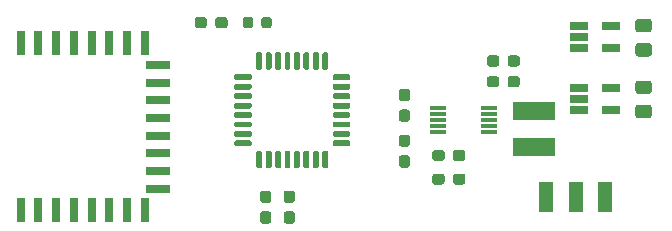
<source format=gbr>
%TF.GenerationSoftware,KiCad,Pcbnew,(5.1.6)-1*%
%TF.CreationDate,2021-07-30T23:56:05+08:00*%
%TF.ProjectId,wireless_measurement_ard,77697265-6c65-4737-935f-6d6561737572,rev?*%
%TF.SameCoordinates,Original*%
%TF.FileFunction,Paste,Top*%
%TF.FilePolarity,Positive*%
%FSLAX46Y46*%
G04 Gerber Fmt 4.6, Leading zero omitted, Abs format (unit mm)*
G04 Created by KiCad (PCBNEW (5.1.6)-1) date 2021-07-30 23:56:05*
%MOMM*%
%LPD*%
G01*
G04 APERTURE LIST*
%ADD10R,1.250000X2.500000*%
%ADD11R,1.400000X0.300000*%
%ADD12R,3.600000X1.500000*%
%ADD13R,1.560000X0.650000*%
%ADD14R,2.000000X0.800000*%
%ADD15R,0.800000X2.000000*%
G04 APERTURE END LIST*
D10*
%TO.C,SW1*%
X168750000Y-91500000D03*
X166250000Y-91500000D03*
X163750000Y-91500000D03*
%TD*%
D11*
%TO.C,U3*%
X158950000Y-84000000D03*
X158950000Y-84500000D03*
X158950000Y-85000000D03*
X158950000Y-85500000D03*
X158950000Y-86000000D03*
X154550000Y-86000000D03*
X154550000Y-85500000D03*
X154550000Y-85000000D03*
X154550000Y-84500000D03*
X154550000Y-84000000D03*
%TD*%
%TO.C,U6*%
G36*
G01*
X138700000Y-87225000D02*
X137450000Y-87225000D01*
G75*
G02*
X137325000Y-87100000I0J125000D01*
G01*
X137325000Y-86850000D01*
G75*
G02*
X137450000Y-86725000I125000J0D01*
G01*
X138700000Y-86725000D01*
G75*
G02*
X138825000Y-86850000I0J-125000D01*
G01*
X138825000Y-87100000D01*
G75*
G02*
X138700000Y-87225000I-125000J0D01*
G01*
G37*
G36*
G01*
X138700000Y-86425000D02*
X137450000Y-86425000D01*
G75*
G02*
X137325000Y-86300000I0J125000D01*
G01*
X137325000Y-86050000D01*
G75*
G02*
X137450000Y-85925000I125000J0D01*
G01*
X138700000Y-85925000D01*
G75*
G02*
X138825000Y-86050000I0J-125000D01*
G01*
X138825000Y-86300000D01*
G75*
G02*
X138700000Y-86425000I-125000J0D01*
G01*
G37*
G36*
G01*
X138700000Y-85625000D02*
X137450000Y-85625000D01*
G75*
G02*
X137325000Y-85500000I0J125000D01*
G01*
X137325000Y-85250000D01*
G75*
G02*
X137450000Y-85125000I125000J0D01*
G01*
X138700000Y-85125000D01*
G75*
G02*
X138825000Y-85250000I0J-125000D01*
G01*
X138825000Y-85500000D01*
G75*
G02*
X138700000Y-85625000I-125000J0D01*
G01*
G37*
G36*
G01*
X138700000Y-84825000D02*
X137450000Y-84825000D01*
G75*
G02*
X137325000Y-84700000I0J125000D01*
G01*
X137325000Y-84450000D01*
G75*
G02*
X137450000Y-84325000I125000J0D01*
G01*
X138700000Y-84325000D01*
G75*
G02*
X138825000Y-84450000I0J-125000D01*
G01*
X138825000Y-84700000D01*
G75*
G02*
X138700000Y-84825000I-125000J0D01*
G01*
G37*
G36*
G01*
X138700000Y-84025000D02*
X137450000Y-84025000D01*
G75*
G02*
X137325000Y-83900000I0J125000D01*
G01*
X137325000Y-83650000D01*
G75*
G02*
X137450000Y-83525000I125000J0D01*
G01*
X138700000Y-83525000D01*
G75*
G02*
X138825000Y-83650000I0J-125000D01*
G01*
X138825000Y-83900000D01*
G75*
G02*
X138700000Y-84025000I-125000J0D01*
G01*
G37*
G36*
G01*
X138700000Y-83225000D02*
X137450000Y-83225000D01*
G75*
G02*
X137325000Y-83100000I0J125000D01*
G01*
X137325000Y-82850000D01*
G75*
G02*
X137450000Y-82725000I125000J0D01*
G01*
X138700000Y-82725000D01*
G75*
G02*
X138825000Y-82850000I0J-125000D01*
G01*
X138825000Y-83100000D01*
G75*
G02*
X138700000Y-83225000I-125000J0D01*
G01*
G37*
G36*
G01*
X138700000Y-82425000D02*
X137450000Y-82425000D01*
G75*
G02*
X137325000Y-82300000I0J125000D01*
G01*
X137325000Y-82050000D01*
G75*
G02*
X137450000Y-81925000I125000J0D01*
G01*
X138700000Y-81925000D01*
G75*
G02*
X138825000Y-82050000I0J-125000D01*
G01*
X138825000Y-82300000D01*
G75*
G02*
X138700000Y-82425000I-125000J0D01*
G01*
G37*
G36*
G01*
X138700000Y-81625000D02*
X137450000Y-81625000D01*
G75*
G02*
X137325000Y-81500000I0J125000D01*
G01*
X137325000Y-81250000D01*
G75*
G02*
X137450000Y-81125000I125000J0D01*
G01*
X138700000Y-81125000D01*
G75*
G02*
X138825000Y-81250000I0J-125000D01*
G01*
X138825000Y-81500000D01*
G75*
G02*
X138700000Y-81625000I-125000J0D01*
G01*
G37*
G36*
G01*
X139575000Y-80750000D02*
X139325000Y-80750000D01*
G75*
G02*
X139200000Y-80625000I0J125000D01*
G01*
X139200000Y-79375000D01*
G75*
G02*
X139325000Y-79250000I125000J0D01*
G01*
X139575000Y-79250000D01*
G75*
G02*
X139700000Y-79375000I0J-125000D01*
G01*
X139700000Y-80625000D01*
G75*
G02*
X139575000Y-80750000I-125000J0D01*
G01*
G37*
G36*
G01*
X140375000Y-80750000D02*
X140125000Y-80750000D01*
G75*
G02*
X140000000Y-80625000I0J125000D01*
G01*
X140000000Y-79375000D01*
G75*
G02*
X140125000Y-79250000I125000J0D01*
G01*
X140375000Y-79250000D01*
G75*
G02*
X140500000Y-79375000I0J-125000D01*
G01*
X140500000Y-80625000D01*
G75*
G02*
X140375000Y-80750000I-125000J0D01*
G01*
G37*
G36*
G01*
X141175000Y-80750000D02*
X140925000Y-80750000D01*
G75*
G02*
X140800000Y-80625000I0J125000D01*
G01*
X140800000Y-79375000D01*
G75*
G02*
X140925000Y-79250000I125000J0D01*
G01*
X141175000Y-79250000D01*
G75*
G02*
X141300000Y-79375000I0J-125000D01*
G01*
X141300000Y-80625000D01*
G75*
G02*
X141175000Y-80750000I-125000J0D01*
G01*
G37*
G36*
G01*
X141975000Y-80750000D02*
X141725000Y-80750000D01*
G75*
G02*
X141600000Y-80625000I0J125000D01*
G01*
X141600000Y-79375000D01*
G75*
G02*
X141725000Y-79250000I125000J0D01*
G01*
X141975000Y-79250000D01*
G75*
G02*
X142100000Y-79375000I0J-125000D01*
G01*
X142100000Y-80625000D01*
G75*
G02*
X141975000Y-80750000I-125000J0D01*
G01*
G37*
G36*
G01*
X142775000Y-80750000D02*
X142525000Y-80750000D01*
G75*
G02*
X142400000Y-80625000I0J125000D01*
G01*
X142400000Y-79375000D01*
G75*
G02*
X142525000Y-79250000I125000J0D01*
G01*
X142775000Y-79250000D01*
G75*
G02*
X142900000Y-79375000I0J-125000D01*
G01*
X142900000Y-80625000D01*
G75*
G02*
X142775000Y-80750000I-125000J0D01*
G01*
G37*
G36*
G01*
X143575000Y-80750000D02*
X143325000Y-80750000D01*
G75*
G02*
X143200000Y-80625000I0J125000D01*
G01*
X143200000Y-79375000D01*
G75*
G02*
X143325000Y-79250000I125000J0D01*
G01*
X143575000Y-79250000D01*
G75*
G02*
X143700000Y-79375000I0J-125000D01*
G01*
X143700000Y-80625000D01*
G75*
G02*
X143575000Y-80750000I-125000J0D01*
G01*
G37*
G36*
G01*
X144375000Y-80750000D02*
X144125000Y-80750000D01*
G75*
G02*
X144000000Y-80625000I0J125000D01*
G01*
X144000000Y-79375000D01*
G75*
G02*
X144125000Y-79250000I125000J0D01*
G01*
X144375000Y-79250000D01*
G75*
G02*
X144500000Y-79375000I0J-125000D01*
G01*
X144500000Y-80625000D01*
G75*
G02*
X144375000Y-80750000I-125000J0D01*
G01*
G37*
G36*
G01*
X145175000Y-80750000D02*
X144925000Y-80750000D01*
G75*
G02*
X144800000Y-80625000I0J125000D01*
G01*
X144800000Y-79375000D01*
G75*
G02*
X144925000Y-79250000I125000J0D01*
G01*
X145175000Y-79250000D01*
G75*
G02*
X145300000Y-79375000I0J-125000D01*
G01*
X145300000Y-80625000D01*
G75*
G02*
X145175000Y-80750000I-125000J0D01*
G01*
G37*
G36*
G01*
X147050000Y-81625000D02*
X145800000Y-81625000D01*
G75*
G02*
X145675000Y-81500000I0J125000D01*
G01*
X145675000Y-81250000D01*
G75*
G02*
X145800000Y-81125000I125000J0D01*
G01*
X147050000Y-81125000D01*
G75*
G02*
X147175000Y-81250000I0J-125000D01*
G01*
X147175000Y-81500000D01*
G75*
G02*
X147050000Y-81625000I-125000J0D01*
G01*
G37*
G36*
G01*
X147050000Y-82425000D02*
X145800000Y-82425000D01*
G75*
G02*
X145675000Y-82300000I0J125000D01*
G01*
X145675000Y-82050000D01*
G75*
G02*
X145800000Y-81925000I125000J0D01*
G01*
X147050000Y-81925000D01*
G75*
G02*
X147175000Y-82050000I0J-125000D01*
G01*
X147175000Y-82300000D01*
G75*
G02*
X147050000Y-82425000I-125000J0D01*
G01*
G37*
G36*
G01*
X147050000Y-83225000D02*
X145800000Y-83225000D01*
G75*
G02*
X145675000Y-83100000I0J125000D01*
G01*
X145675000Y-82850000D01*
G75*
G02*
X145800000Y-82725000I125000J0D01*
G01*
X147050000Y-82725000D01*
G75*
G02*
X147175000Y-82850000I0J-125000D01*
G01*
X147175000Y-83100000D01*
G75*
G02*
X147050000Y-83225000I-125000J0D01*
G01*
G37*
G36*
G01*
X147050000Y-84025000D02*
X145800000Y-84025000D01*
G75*
G02*
X145675000Y-83900000I0J125000D01*
G01*
X145675000Y-83650000D01*
G75*
G02*
X145800000Y-83525000I125000J0D01*
G01*
X147050000Y-83525000D01*
G75*
G02*
X147175000Y-83650000I0J-125000D01*
G01*
X147175000Y-83900000D01*
G75*
G02*
X147050000Y-84025000I-125000J0D01*
G01*
G37*
G36*
G01*
X147050000Y-84825000D02*
X145800000Y-84825000D01*
G75*
G02*
X145675000Y-84700000I0J125000D01*
G01*
X145675000Y-84450000D01*
G75*
G02*
X145800000Y-84325000I125000J0D01*
G01*
X147050000Y-84325000D01*
G75*
G02*
X147175000Y-84450000I0J-125000D01*
G01*
X147175000Y-84700000D01*
G75*
G02*
X147050000Y-84825000I-125000J0D01*
G01*
G37*
G36*
G01*
X147050000Y-85625000D02*
X145800000Y-85625000D01*
G75*
G02*
X145675000Y-85500000I0J125000D01*
G01*
X145675000Y-85250000D01*
G75*
G02*
X145800000Y-85125000I125000J0D01*
G01*
X147050000Y-85125000D01*
G75*
G02*
X147175000Y-85250000I0J-125000D01*
G01*
X147175000Y-85500000D01*
G75*
G02*
X147050000Y-85625000I-125000J0D01*
G01*
G37*
G36*
G01*
X147050000Y-86425000D02*
X145800000Y-86425000D01*
G75*
G02*
X145675000Y-86300000I0J125000D01*
G01*
X145675000Y-86050000D01*
G75*
G02*
X145800000Y-85925000I125000J0D01*
G01*
X147050000Y-85925000D01*
G75*
G02*
X147175000Y-86050000I0J-125000D01*
G01*
X147175000Y-86300000D01*
G75*
G02*
X147050000Y-86425000I-125000J0D01*
G01*
G37*
G36*
G01*
X147050000Y-87225000D02*
X145800000Y-87225000D01*
G75*
G02*
X145675000Y-87100000I0J125000D01*
G01*
X145675000Y-86850000D01*
G75*
G02*
X145800000Y-86725000I125000J0D01*
G01*
X147050000Y-86725000D01*
G75*
G02*
X147175000Y-86850000I0J-125000D01*
G01*
X147175000Y-87100000D01*
G75*
G02*
X147050000Y-87225000I-125000J0D01*
G01*
G37*
G36*
G01*
X145175000Y-89100000D02*
X144925000Y-89100000D01*
G75*
G02*
X144800000Y-88975000I0J125000D01*
G01*
X144800000Y-87725000D01*
G75*
G02*
X144925000Y-87600000I125000J0D01*
G01*
X145175000Y-87600000D01*
G75*
G02*
X145300000Y-87725000I0J-125000D01*
G01*
X145300000Y-88975000D01*
G75*
G02*
X145175000Y-89100000I-125000J0D01*
G01*
G37*
G36*
G01*
X144375000Y-89100000D02*
X144125000Y-89100000D01*
G75*
G02*
X144000000Y-88975000I0J125000D01*
G01*
X144000000Y-87725000D01*
G75*
G02*
X144125000Y-87600000I125000J0D01*
G01*
X144375000Y-87600000D01*
G75*
G02*
X144500000Y-87725000I0J-125000D01*
G01*
X144500000Y-88975000D01*
G75*
G02*
X144375000Y-89100000I-125000J0D01*
G01*
G37*
G36*
G01*
X143575000Y-89100000D02*
X143325000Y-89100000D01*
G75*
G02*
X143200000Y-88975000I0J125000D01*
G01*
X143200000Y-87725000D01*
G75*
G02*
X143325000Y-87600000I125000J0D01*
G01*
X143575000Y-87600000D01*
G75*
G02*
X143700000Y-87725000I0J-125000D01*
G01*
X143700000Y-88975000D01*
G75*
G02*
X143575000Y-89100000I-125000J0D01*
G01*
G37*
G36*
G01*
X142775000Y-89100000D02*
X142525000Y-89100000D01*
G75*
G02*
X142400000Y-88975000I0J125000D01*
G01*
X142400000Y-87725000D01*
G75*
G02*
X142525000Y-87600000I125000J0D01*
G01*
X142775000Y-87600000D01*
G75*
G02*
X142900000Y-87725000I0J-125000D01*
G01*
X142900000Y-88975000D01*
G75*
G02*
X142775000Y-89100000I-125000J0D01*
G01*
G37*
G36*
G01*
X141975000Y-89100000D02*
X141725000Y-89100000D01*
G75*
G02*
X141600000Y-88975000I0J125000D01*
G01*
X141600000Y-87725000D01*
G75*
G02*
X141725000Y-87600000I125000J0D01*
G01*
X141975000Y-87600000D01*
G75*
G02*
X142100000Y-87725000I0J-125000D01*
G01*
X142100000Y-88975000D01*
G75*
G02*
X141975000Y-89100000I-125000J0D01*
G01*
G37*
G36*
G01*
X141175000Y-89100000D02*
X140925000Y-89100000D01*
G75*
G02*
X140800000Y-88975000I0J125000D01*
G01*
X140800000Y-87725000D01*
G75*
G02*
X140925000Y-87600000I125000J0D01*
G01*
X141175000Y-87600000D01*
G75*
G02*
X141300000Y-87725000I0J-125000D01*
G01*
X141300000Y-88975000D01*
G75*
G02*
X141175000Y-89100000I-125000J0D01*
G01*
G37*
G36*
G01*
X140375000Y-89100000D02*
X140125000Y-89100000D01*
G75*
G02*
X140000000Y-88975000I0J125000D01*
G01*
X140000000Y-87725000D01*
G75*
G02*
X140125000Y-87600000I125000J0D01*
G01*
X140375000Y-87600000D01*
G75*
G02*
X140500000Y-87725000I0J-125000D01*
G01*
X140500000Y-88975000D01*
G75*
G02*
X140375000Y-89100000I-125000J0D01*
G01*
G37*
G36*
G01*
X139575000Y-89100000D02*
X139325000Y-89100000D01*
G75*
G02*
X139200000Y-88975000I0J125000D01*
G01*
X139200000Y-87725000D01*
G75*
G02*
X139325000Y-87600000I125000J0D01*
G01*
X139575000Y-87600000D01*
G75*
G02*
X139700000Y-87725000I0J-125000D01*
G01*
X139700000Y-88975000D01*
G75*
G02*
X139575000Y-89100000I-125000J0D01*
G01*
G37*
%TD*%
%TO.C,C6*%
G36*
G01*
X141762500Y-92725000D02*
X142237500Y-92725000D01*
G75*
G02*
X142475000Y-92962500I0J-237500D01*
G01*
X142475000Y-93537500D01*
G75*
G02*
X142237500Y-93775000I-237500J0D01*
G01*
X141762500Y-93775000D01*
G75*
G02*
X141525000Y-93537500I0J237500D01*
G01*
X141525000Y-92962500D01*
G75*
G02*
X141762500Y-92725000I237500J0D01*
G01*
G37*
G36*
G01*
X141762500Y-90975000D02*
X142237500Y-90975000D01*
G75*
G02*
X142475000Y-91212500I0J-237500D01*
G01*
X142475000Y-91787500D01*
G75*
G02*
X142237500Y-92025000I-237500J0D01*
G01*
X141762500Y-92025000D01*
G75*
G02*
X141525000Y-91787500I0J237500D01*
G01*
X141525000Y-91212500D01*
G75*
G02*
X141762500Y-90975000I237500J0D01*
G01*
G37*
%TD*%
%TO.C,C5*%
G36*
G01*
X139762500Y-92725000D02*
X140237500Y-92725000D01*
G75*
G02*
X140475000Y-92962500I0J-237500D01*
G01*
X140475000Y-93537500D01*
G75*
G02*
X140237500Y-93775000I-237500J0D01*
G01*
X139762500Y-93775000D01*
G75*
G02*
X139525000Y-93537500I0J237500D01*
G01*
X139525000Y-92962500D01*
G75*
G02*
X139762500Y-92725000I237500J0D01*
G01*
G37*
G36*
G01*
X139762500Y-90975000D02*
X140237500Y-90975000D01*
G75*
G02*
X140475000Y-91212500I0J-237500D01*
G01*
X140475000Y-91787500D01*
G75*
G02*
X140237500Y-92025000I-237500J0D01*
G01*
X139762500Y-92025000D01*
G75*
G02*
X139525000Y-91787500I0J237500D01*
G01*
X139525000Y-91212500D01*
G75*
G02*
X139762500Y-90975000I237500J0D01*
G01*
G37*
%TD*%
%TO.C,R5*%
G36*
G01*
X151512500Y-84100000D02*
X151987500Y-84100000D01*
G75*
G02*
X152225000Y-84337500I0J-237500D01*
G01*
X152225000Y-84912500D01*
G75*
G02*
X151987500Y-85150000I-237500J0D01*
G01*
X151512500Y-85150000D01*
G75*
G02*
X151275000Y-84912500I0J237500D01*
G01*
X151275000Y-84337500D01*
G75*
G02*
X151512500Y-84100000I237500J0D01*
G01*
G37*
G36*
G01*
X151512500Y-82350000D02*
X151987500Y-82350000D01*
G75*
G02*
X152225000Y-82587500I0J-237500D01*
G01*
X152225000Y-83162500D01*
G75*
G02*
X151987500Y-83400000I-237500J0D01*
G01*
X151512500Y-83400000D01*
G75*
G02*
X151275000Y-83162500I0J237500D01*
G01*
X151275000Y-82587500D01*
G75*
G02*
X151512500Y-82350000I237500J0D01*
G01*
G37*
%TD*%
%TO.C,R4*%
G36*
G01*
X151512500Y-87975000D02*
X151987500Y-87975000D01*
G75*
G02*
X152225000Y-88212500I0J-237500D01*
G01*
X152225000Y-88787500D01*
G75*
G02*
X151987500Y-89025000I-237500J0D01*
G01*
X151512500Y-89025000D01*
G75*
G02*
X151275000Y-88787500I0J237500D01*
G01*
X151275000Y-88212500D01*
G75*
G02*
X151512500Y-87975000I237500J0D01*
G01*
G37*
G36*
G01*
X151512500Y-86225000D02*
X151987500Y-86225000D01*
G75*
G02*
X152225000Y-86462500I0J-237500D01*
G01*
X152225000Y-87037500D01*
G75*
G02*
X151987500Y-87275000I-237500J0D01*
G01*
X151512500Y-87275000D01*
G75*
G02*
X151275000Y-87037500I0J237500D01*
G01*
X151275000Y-86462500D01*
G75*
G02*
X151512500Y-86225000I237500J0D01*
G01*
G37*
%TD*%
D12*
%TO.C,L1*%
X162750000Y-87300000D03*
X162750000Y-84250000D03*
%TD*%
%TO.C,C3*%
G36*
G01*
X159775000Y-79762500D02*
X159775000Y-80237500D01*
G75*
G02*
X159537500Y-80475000I-237500J0D01*
G01*
X158962500Y-80475000D01*
G75*
G02*
X158725000Y-80237500I0J237500D01*
G01*
X158725000Y-79762500D01*
G75*
G02*
X158962500Y-79525000I237500J0D01*
G01*
X159537500Y-79525000D01*
G75*
G02*
X159775000Y-79762500I0J-237500D01*
G01*
G37*
G36*
G01*
X161525000Y-79762500D02*
X161525000Y-80237500D01*
G75*
G02*
X161287500Y-80475000I-237500J0D01*
G01*
X160712500Y-80475000D01*
G75*
G02*
X160475000Y-80237500I0J237500D01*
G01*
X160475000Y-79762500D01*
G75*
G02*
X160712500Y-79525000I237500J0D01*
G01*
X161287500Y-79525000D01*
G75*
G02*
X161525000Y-79762500I0J-237500D01*
G01*
G37*
%TD*%
%TO.C,C2*%
G36*
G01*
X155850000Y-90237500D02*
X155850000Y-89762500D01*
G75*
G02*
X156087500Y-89525000I237500J0D01*
G01*
X156662500Y-89525000D01*
G75*
G02*
X156900000Y-89762500I0J-237500D01*
G01*
X156900000Y-90237500D01*
G75*
G02*
X156662500Y-90475000I-237500J0D01*
G01*
X156087500Y-90475000D01*
G75*
G02*
X155850000Y-90237500I0J237500D01*
G01*
G37*
G36*
G01*
X154100000Y-90237500D02*
X154100000Y-89762500D01*
G75*
G02*
X154337500Y-89525000I237500J0D01*
G01*
X154912500Y-89525000D01*
G75*
G02*
X155150000Y-89762500I0J-237500D01*
G01*
X155150000Y-90237500D01*
G75*
G02*
X154912500Y-90475000I-237500J0D01*
G01*
X154337500Y-90475000D01*
G75*
G02*
X154100000Y-90237500I0J237500D01*
G01*
G37*
%TD*%
%TO.C,C4*%
G36*
G01*
X159775000Y-81512500D02*
X159775000Y-81987500D01*
G75*
G02*
X159537500Y-82225000I-237500J0D01*
G01*
X158962500Y-82225000D01*
G75*
G02*
X158725000Y-81987500I0J237500D01*
G01*
X158725000Y-81512500D01*
G75*
G02*
X158962500Y-81275000I237500J0D01*
G01*
X159537500Y-81275000D01*
G75*
G02*
X159775000Y-81512500I0J-237500D01*
G01*
G37*
G36*
G01*
X161525000Y-81512500D02*
X161525000Y-81987500D01*
G75*
G02*
X161287500Y-82225000I-237500J0D01*
G01*
X160712500Y-82225000D01*
G75*
G02*
X160475000Y-81987500I0J237500D01*
G01*
X160475000Y-81512500D01*
G75*
G02*
X160712500Y-81275000I237500J0D01*
G01*
X161287500Y-81275000D01*
G75*
G02*
X161525000Y-81512500I0J-237500D01*
G01*
G37*
%TD*%
%TO.C,C1*%
G36*
G01*
X155850000Y-88237500D02*
X155850000Y-87762500D01*
G75*
G02*
X156087500Y-87525000I237500J0D01*
G01*
X156662500Y-87525000D01*
G75*
G02*
X156900000Y-87762500I0J-237500D01*
G01*
X156900000Y-88237500D01*
G75*
G02*
X156662500Y-88475000I-237500J0D01*
G01*
X156087500Y-88475000D01*
G75*
G02*
X155850000Y-88237500I0J237500D01*
G01*
G37*
G36*
G01*
X154100000Y-88237500D02*
X154100000Y-87762500D01*
G75*
G02*
X154337500Y-87525000I237500J0D01*
G01*
X154912500Y-87525000D01*
G75*
G02*
X155150000Y-87762500I0J-237500D01*
G01*
X155150000Y-88237500D01*
G75*
G02*
X154912500Y-88475000I-237500J0D01*
G01*
X154337500Y-88475000D01*
G75*
G02*
X154100000Y-88237500I0J237500D01*
G01*
G37*
%TD*%
D13*
%TO.C,U5*%
X169250000Y-82250000D03*
X169250000Y-84150000D03*
X166550000Y-84150000D03*
X166550000Y-83200000D03*
X166550000Y-82250000D03*
%TD*%
%TO.C,U4*%
X169250000Y-77000000D03*
X169250000Y-78900000D03*
X166550000Y-78900000D03*
X166550000Y-77950000D03*
X166550000Y-77000000D03*
%TD*%
D14*
%TO.C,U2*%
X130862800Y-80322600D03*
X130862800Y-81822600D03*
X130862800Y-83322600D03*
X130862800Y-84822600D03*
X130862800Y-86322600D03*
X130862800Y-87822600D03*
X130862800Y-89322600D03*
D15*
X129762800Y-92642600D03*
X129762800Y-78502600D03*
X128262800Y-78502600D03*
X128262800Y-92642600D03*
X126762800Y-92642600D03*
X126762800Y-78502600D03*
X125262800Y-78502600D03*
X125262800Y-92642600D03*
X123762800Y-92642600D03*
X123762800Y-78502600D03*
X122262800Y-78502600D03*
X122262800Y-92642600D03*
X120762800Y-92642600D03*
X120762800Y-78502600D03*
X119262800Y-78502600D03*
D14*
X130862800Y-90822600D03*
D15*
X119262800Y-92642600D03*
%TD*%
%TO.C,R2*%
G36*
G01*
X171549999Y-78475000D02*
X172450001Y-78475000D01*
G75*
G02*
X172700000Y-78724999I0J-249999D01*
G01*
X172700000Y-79375001D01*
G75*
G02*
X172450001Y-79625000I-249999J0D01*
G01*
X171549999Y-79625000D01*
G75*
G02*
X171300000Y-79375001I0J249999D01*
G01*
X171300000Y-78724999D01*
G75*
G02*
X171549999Y-78475000I249999J0D01*
G01*
G37*
G36*
G01*
X171549999Y-76425000D02*
X172450001Y-76425000D01*
G75*
G02*
X172700000Y-76674999I0J-249999D01*
G01*
X172700000Y-77325001D01*
G75*
G02*
X172450001Y-77575000I-249999J0D01*
G01*
X171549999Y-77575000D01*
G75*
G02*
X171300000Y-77325001I0J249999D01*
G01*
X171300000Y-76674999D01*
G75*
G02*
X171549999Y-76425000I249999J0D01*
G01*
G37*
%TD*%
%TO.C,R1*%
G36*
G01*
X171549999Y-83700000D02*
X172450001Y-83700000D01*
G75*
G02*
X172700000Y-83949999I0J-249999D01*
G01*
X172700000Y-84600001D01*
G75*
G02*
X172450001Y-84850000I-249999J0D01*
G01*
X171549999Y-84850000D01*
G75*
G02*
X171300000Y-84600001I0J249999D01*
G01*
X171300000Y-83949999D01*
G75*
G02*
X171549999Y-83700000I249999J0D01*
G01*
G37*
G36*
G01*
X171549999Y-81650000D02*
X172450001Y-81650000D01*
G75*
G02*
X172700000Y-81899999I0J-249999D01*
G01*
X172700000Y-82550001D01*
G75*
G02*
X172450001Y-82800000I-249999J0D01*
G01*
X171549999Y-82800000D01*
G75*
G02*
X171300000Y-82550001I0J249999D01*
G01*
X171300000Y-81899999D01*
G75*
G02*
X171549999Y-81650000I249999J0D01*
G01*
G37*
%TD*%
%TO.C,D1*%
G36*
G01*
X138062500Y-77006250D02*
X138062500Y-76493750D01*
G75*
G02*
X138281250Y-76275000I218750J0D01*
G01*
X138718750Y-76275000D01*
G75*
G02*
X138937500Y-76493750I0J-218750D01*
G01*
X138937500Y-77006250D01*
G75*
G02*
X138718750Y-77225000I-218750J0D01*
G01*
X138281250Y-77225000D01*
G75*
G02*
X138062500Y-77006250I0J218750D01*
G01*
G37*
G36*
G01*
X139637500Y-77006250D02*
X139637500Y-76493750D01*
G75*
G02*
X139856250Y-76275000I218750J0D01*
G01*
X140293750Y-76275000D01*
G75*
G02*
X140512500Y-76493750I0J-218750D01*
G01*
X140512500Y-77006250D01*
G75*
G02*
X140293750Y-77225000I-218750J0D01*
G01*
X139856250Y-77225000D01*
G75*
G02*
X139637500Y-77006250I0J218750D01*
G01*
G37*
%TD*%
%TO.C,R3*%
G36*
G01*
X136775000Y-76512500D02*
X136775000Y-76987500D01*
G75*
G02*
X136537500Y-77225000I-237500J0D01*
G01*
X135962500Y-77225000D01*
G75*
G02*
X135725000Y-76987500I0J237500D01*
G01*
X135725000Y-76512500D01*
G75*
G02*
X135962500Y-76275000I237500J0D01*
G01*
X136537500Y-76275000D01*
G75*
G02*
X136775000Y-76512500I0J-237500D01*
G01*
G37*
G36*
G01*
X135025000Y-76512500D02*
X135025000Y-76987500D01*
G75*
G02*
X134787500Y-77225000I-237500J0D01*
G01*
X134212500Y-77225000D01*
G75*
G02*
X133975000Y-76987500I0J237500D01*
G01*
X133975000Y-76512500D01*
G75*
G02*
X134212500Y-76275000I237500J0D01*
G01*
X134787500Y-76275000D01*
G75*
G02*
X135025000Y-76512500I0J-237500D01*
G01*
G37*
%TD*%
M02*

</source>
